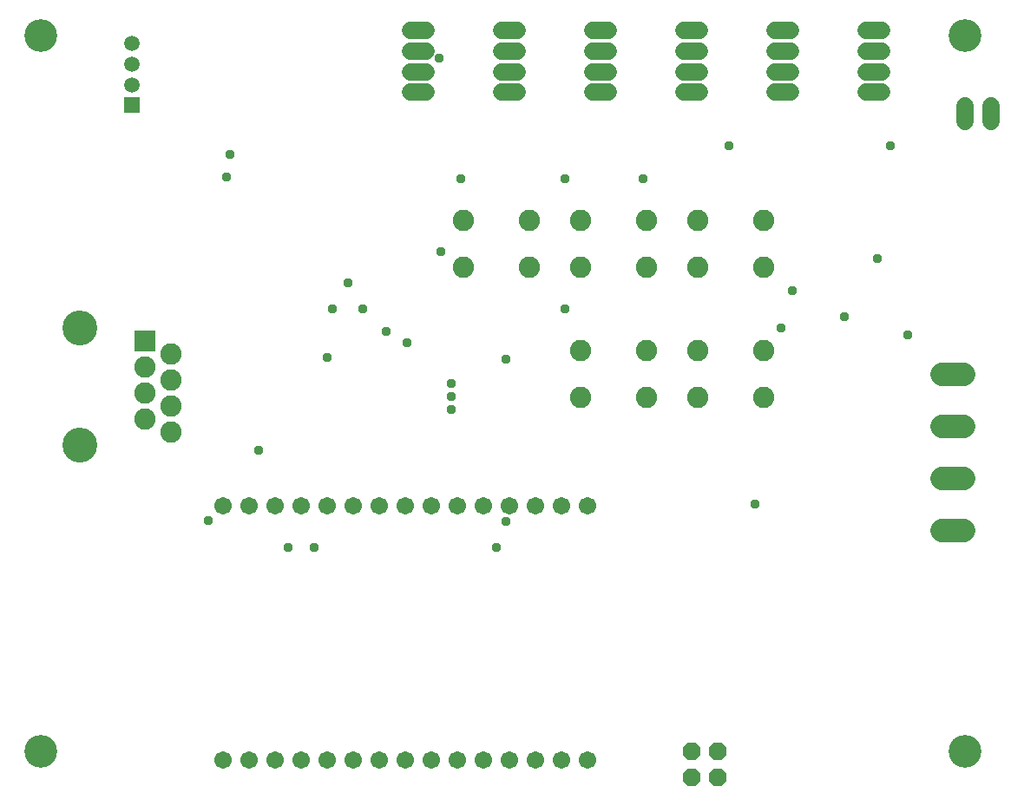
<source format=gbr>
G04 EAGLE Gerber RS-274X export*
G75*
%MOMM*%
%FSLAX34Y34*%
%LPD*%
%INSoldermask Bottom*%
%IPPOS*%
%AMOC8*
5,1,8,0,0,1.08239X$1,22.5*%
G01*
%ADD10C,3.203200*%
%ADD11P,1.869504X8X22.500000*%
%ADD12C,2.298700*%
%ADD13C,2.082800*%
%ADD14C,1.711200*%
%ADD15C,1.676400*%
%ADD16R,1.511200X1.511200*%
%ADD17C,1.511200*%
%ADD18C,1.727200*%
%ADD19R,2.082800X2.082800*%
%ADD20C,3.403200*%
%ADD21C,0.959600*%


D10*
X952500Y749300D03*
X952500Y50800D03*
X50800Y50800D03*
X50800Y749300D03*
D11*
X685800Y25400D03*
X685800Y50800D03*
X711200Y25400D03*
X711200Y50800D03*
D12*
X929573Y419311D02*
X950528Y419311D01*
X950528Y368511D02*
X929573Y368511D01*
X929573Y317711D02*
X950528Y317711D01*
X950528Y266911D02*
X929573Y266911D01*
D13*
X577088Y568706D03*
X642112Y568706D03*
X577088Y523494D03*
X642112Y523494D03*
X691388Y568706D03*
X756412Y568706D03*
X691388Y523494D03*
X756412Y523494D03*
X577088Y441706D03*
X642112Y441706D03*
X577088Y396494D03*
X642112Y396494D03*
X691388Y441706D03*
X756412Y441706D03*
X691388Y396494D03*
X756412Y396494D03*
X462788Y568706D03*
X527812Y568706D03*
X462788Y523494D03*
X527812Y523494D03*
D14*
X228500Y42400D03*
X253900Y42400D03*
X279300Y42400D03*
X304700Y42400D03*
X330100Y42400D03*
X355500Y42400D03*
X380900Y42400D03*
X406300Y42400D03*
X431700Y42400D03*
X457100Y42400D03*
X482500Y42400D03*
X507900Y42400D03*
X533300Y42400D03*
X558700Y42400D03*
X584100Y42400D03*
X228500Y290100D03*
X253900Y290100D03*
X279300Y290100D03*
X304700Y290100D03*
X330100Y290100D03*
X355500Y290100D03*
X380900Y290100D03*
X406300Y290100D03*
X431700Y290100D03*
X457100Y290100D03*
X482500Y290100D03*
X507900Y290100D03*
X533300Y290100D03*
X558700Y290100D03*
X584100Y290100D03*
D15*
X426466Y693900D02*
X411734Y693900D01*
X411734Y713900D02*
X426466Y713900D01*
X426466Y733900D02*
X411734Y733900D01*
X411734Y753900D02*
X426466Y753900D01*
X500634Y693900D02*
X515366Y693900D01*
X515366Y713900D02*
X500634Y713900D01*
X500634Y733900D02*
X515366Y733900D01*
X515366Y753900D02*
X500634Y753900D01*
X589534Y693900D02*
X604266Y693900D01*
X604266Y713900D02*
X589534Y713900D01*
X589534Y733900D02*
X604266Y733900D01*
X604266Y753900D02*
X589534Y753900D01*
X678434Y693900D02*
X693166Y693900D01*
X693166Y713900D02*
X678434Y713900D01*
X678434Y733900D02*
X693166Y733900D01*
X693166Y753900D02*
X678434Y753900D01*
X767334Y693900D02*
X782066Y693900D01*
X782066Y713900D02*
X767334Y713900D01*
X767334Y733900D02*
X782066Y733900D01*
X782066Y753900D02*
X767334Y753900D01*
D16*
X139700Y681200D03*
D17*
X139700Y701200D03*
X139700Y721200D03*
X139700Y741200D03*
D15*
X856234Y693900D02*
X870966Y693900D01*
X870966Y713900D02*
X856234Y713900D01*
X856234Y733900D02*
X870966Y733900D01*
X870966Y753900D02*
X856234Y753900D01*
D18*
X952500Y680720D02*
X952500Y665480D01*
X977900Y665480D02*
X977900Y680720D01*
D13*
X177800Y361950D03*
X152400Y374650D03*
X177800Y387350D03*
X177800Y412750D03*
X177800Y438150D03*
X152400Y400050D03*
X152400Y425450D03*
D19*
X152400Y450850D03*
D20*
X88900Y463550D03*
X88900Y349250D03*
D21*
X387350Y460375D03*
X773113Y463550D03*
X835025Y474663D03*
X231775Y611188D03*
X747713Y292100D03*
X263525Y344488D03*
X214313Y276225D03*
X460375Y609600D03*
X561975Y609600D03*
X879475Y641350D03*
X722313Y641350D03*
X561975Y482600D03*
X450850Y384175D03*
X866775Y531813D03*
X441325Y538163D03*
X450850Y409575D03*
X450850Y396875D03*
X495300Y249238D03*
X504825Y274638D03*
X504825Y433388D03*
X317500Y249238D03*
X292100Y249238D03*
X407988Y449263D03*
X234950Y633413D03*
X439738Y727075D03*
X638175Y609600D03*
X350838Y508000D03*
X334963Y482600D03*
X365125Y482600D03*
X896938Y457200D03*
X330200Y434975D03*
X784225Y500063D03*
M02*

</source>
